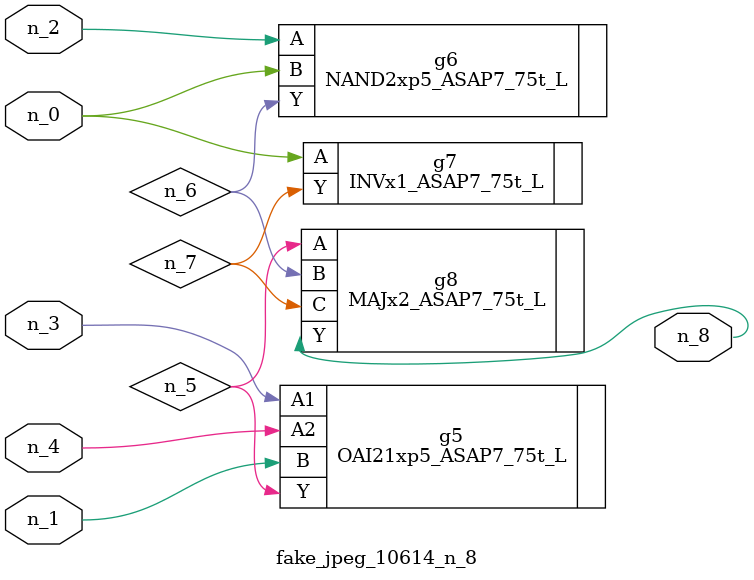
<source format=v>
module fake_jpeg_10614_n_8 (n_3, n_2, n_1, n_0, n_4, n_8);

input n_3;
input n_2;
input n_1;
input n_0;
input n_4;

output n_8;

wire n_6;
wire n_5;
wire n_7;

OAI21xp5_ASAP7_75t_L g5 ( 
.A1(n_3),
.A2(n_4),
.B(n_1),
.Y(n_5)
);

NAND2xp5_ASAP7_75t_L g6 ( 
.A(n_2),
.B(n_0),
.Y(n_6)
);

INVx1_ASAP7_75t_L g7 ( 
.A(n_0),
.Y(n_7)
);

MAJx2_ASAP7_75t_L g8 ( 
.A(n_5),
.B(n_6),
.C(n_7),
.Y(n_8)
);


endmodule
</source>
